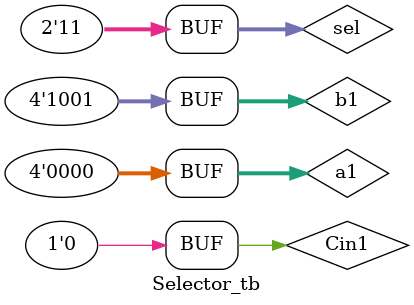
<source format=v>
module Selector (
    input wire [3:0] a,           // Entrada A
    input wire [3:0] b,           // Entrada B
    input wire cin,               // Carry In
    input wire [1:0] sel,         // Seal de seleccin: 00=XOR, 01=AND, 10=SUMA, 11=RESTA
    output wire [3:0] result,     // Resultado
    output wire carry_out         // Acarreo de salida
);
    wire [3:0] p;       // XOR (Propagate)
    wire [3:0] g;       // AND (Generate)
    wire [3:0] b_inv;   // Complemento de B para resta
    wire [3:0] sum;     // Salida de la suma
    wire carry_sum;     // Acarreo de salida para suma/resta

    // Instanciar HalfAdders para obtener XOR (p) y AND (g)
    genvar i;
    generate // 
        for (i = 0; i < 4; i = i + 1) begin : gen_halfadders
            HalfAdder HA (
                .a(a[i]),
                .b(b[i]),
                .g(g[i]),
                .p(p[i])
            );
        end
    endgenerate

    // Generar complemento de B para resta
    assign b_inv = ~b;

    // Instanciar el sumador
    Sumador_BK sumador (
        .a(a),
        .b((sel == 2'b11) ? b_inv : b),  // Usar B' para resta
        .cin((sel == 2'b11) ? 1'b1 : cin),  // Agregar 1 para resta
        .sum(sum),
        .c(carry_sum)
    );

    // Multiplexor para seleccionar la operacin
    assign result = (sel == 2'b00) ? p :        // XOR
                    (sel == 2'b01) ? g :        // AND
                    (sel == 2'b10 || sel == 2'b11) ? sum : 8'b0; // SUMA o RESTA

    // Acarreo de salida
    assign carry_out = (sel == 2'b10 || sel == 2'b11) ? carry_sum : 1'b0;

endmodule
module Selector_tb;

    // Entradas y salidas del mdulo Selector
    reg [3:0] a1, b1;       // Entradas A y B
    reg Cin1;               // Carry In
    reg [1:0] sel;          // Seal de seleccin
    wire [3:0] result;      // Resultado
    wire carry_out;         // Acarreo de salida

    // Instancia del mdulo Selector
    Selector uut (
        .a(a1),
        .b(b1),
        .cin(Cin1),
        .sel(sel),
        .result(result),
        .carry_out(carry_out)
    );

    // Bloque inicial para pruebas cambia a 8 bits para ver los 8bits 
    initial begin
         // Pruebas de operacin XOR (sel = 00)
        sel = 2'b00;
        a1 = 4'b1010; b1 = 4'b1100; Cin1 = 1'b0; #10;
        a1 = 4'b0000; b1 = 4'b1111; Cin1 = 1'b0; #10;
        a1 = 4'b1111; b1 = 4'b1010; Cin1 = 1'b0; #10;
        a1 = 4'b0000; b1 = 4'b0000; Cin1 = 1'b0; #10;

        // Pruebas de operacin AND (sel = 01)
        sel = 2'b01;
        a1 = 4'b1010; b1 = 4'b1100; Cin1 = 1'b0; #10;
        a1 = 4'b0000; b1 = 4'b1111; Cin1 = 1'b0; #10;
        a1 = 4'b1111; b1 = 4'b1010; Cin1 = 1'b0; #10;
        a1 = 4'b0000; b1 = 4'b1111; Cin1 = 1'b0; #10;

        // Pruebas de operacin SUMA (sel = 10)
        sel = 2'b10;
        a1 = 4'b0000; b1 = 4'b0110; Cin1 = 1'b0; #10;
        a1 = 4'b0111; b1 = 4'b1111; Cin1 = 1'b0; #10;
        a1 = 4'b1101; b1 = 4'b0001; Cin1 = 1'b0; #10;
        a1 = 4'b1111; b1 = 4'b1100; Cin1 = 1'b1; #10;

        // Pruebas de operacin RESTA (sel = 11)
        sel = 2'b11;
        a1 = 4'b0111; b1 = 8'b0001; Cin1 = 1'b0; #10;
        a1 = 4'b0001; b1 = 8'b0010; Cin1 = 1'b0; #10;
        a1 = 4'b1111; b1 = 8'b0011; Cin1 = 1'b0; #10;
        a1 = 4'b0000; b1 = 8'b1001; Cin1 = 1'b0; #10;

        
    end

endmodule

</source>
